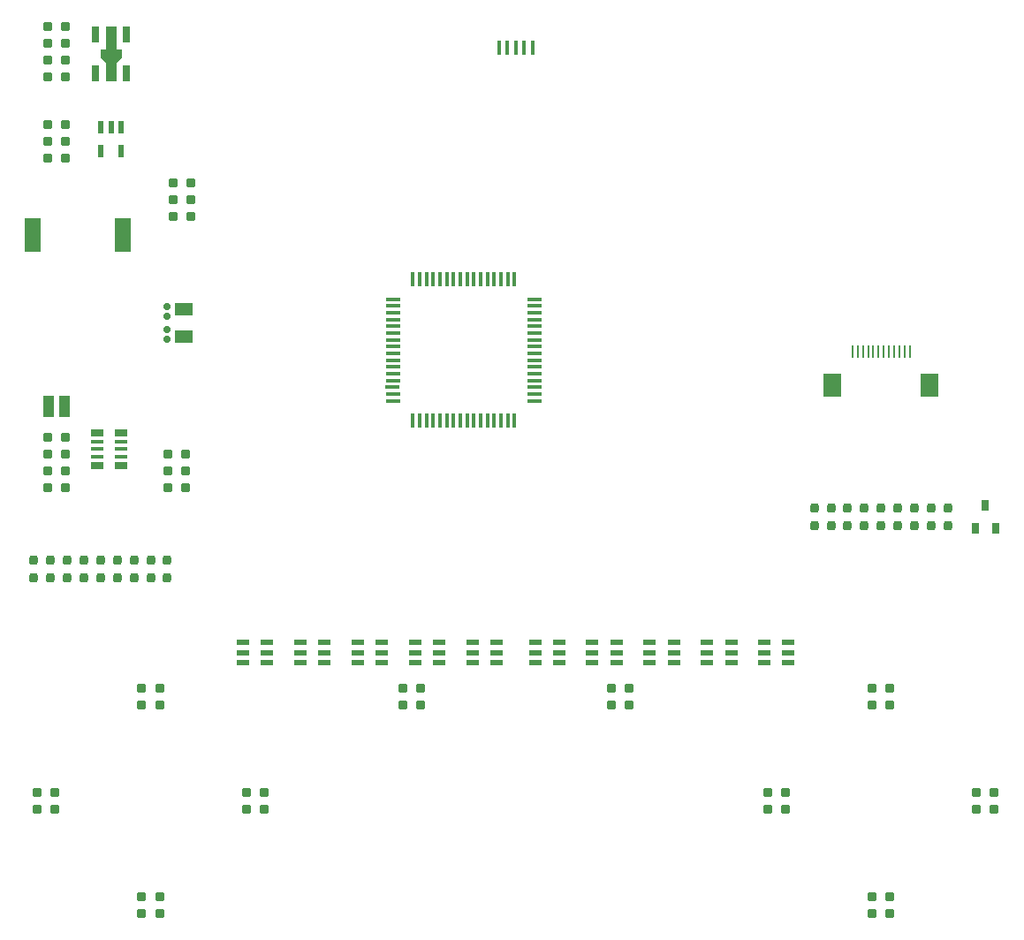
<source format=gtp>
G04 #@! TF.GenerationSoftware,KiCad,Pcbnew,(6.0.7-1)-1*
G04 #@! TF.CreationDate,2022-09-24T13:59:17+09:00*
G04 #@! TF.ProjectId,RL78Display-EB,524c3738-4469-4737-906c-61792d45422e,V1.0*
G04 #@! TF.SameCoordinates,Original*
G04 #@! TF.FileFunction,Paste,Top*
G04 #@! TF.FilePolarity,Positive*
%FSLAX46Y46*%
G04 Gerber Fmt 4.6, Leading zero omitted, Abs format (unit mm)*
G04 Created by KiCad (PCBNEW (6.0.7-1)-1) date 2022-09-24 13:59:17*
%MOMM*%
%LPD*%
G01*
G04 APERTURE LIST*
G04 Aperture macros list*
%AMRoundRect*
0 Rectangle with rounded corners*
0 $1 Rounding radius*
0 $2 $3 $4 $5 $6 $7 $8 $9 X,Y pos of 4 corners*
0 Add a 4 corners polygon primitive as box body*
4,1,4,$2,$3,$4,$5,$6,$7,$8,$9,$2,$3,0*
0 Add four circle primitives for the rounded corners*
1,1,$1+$1,$2,$3*
1,1,$1+$1,$4,$5*
1,1,$1+$1,$6,$7*
1,1,$1+$1,$8,$9*
0 Add four rect primitives between the rounded corners*
20,1,$1+$1,$2,$3,$4,$5,0*
20,1,$1+$1,$4,$5,$6,$7,0*
20,1,$1+$1,$6,$7,$8,$9,0*
20,1,$1+$1,$8,$9,$2,$3,0*%
%AMFreePoly0*
4,1,13,0.900000,0.500000,2.600000,0.500000,2.600000,-0.500000,0.900000,-0.500000,0.400000,-1.000000,-0.400000,-1.000000,-0.400000,-0.500000,-2.600000,-0.500000,-2.600000,0.500000,-0.400000,0.500000,-0.400000,1.000000,0.400000,1.000000,0.900000,0.500000,0.900000,0.500000,$1*%
G04 Aperture macros list end*
%ADD10RoundRect,0.200000X0.200000X-0.250000X0.200000X0.250000X-0.200000X0.250000X-0.200000X-0.250000X0*%
%ADD11RoundRect,0.200000X-0.200000X0.250000X-0.200000X-0.250000X0.200000X-0.250000X0.200000X0.250000X0*%
%ADD12RoundRect,0.200000X0.250000X0.200000X-0.250000X0.200000X-0.250000X-0.200000X0.250000X-0.200000X0*%
%ADD13RoundRect,0.200000X-0.250000X-0.200000X0.250000X-0.200000X0.250000X0.200000X-0.250000X0.200000X0*%
%ADD14R,1.200000X0.500000*%
%ADD15R,1.600000X3.200000*%
%ADD16R,0.400000X1.400000*%
%ADD17R,0.800000X1.100000*%
%ADD18R,0.700000X1.500000*%
%ADD19FreePoly0,270.000000*%
%ADD20R,1.800000X1.200000*%
%ADD21R,1.000000X2.000000*%
%ADD22R,1.800000X2.200000*%
%ADD23R,0.150000X1.300000*%
%ADD24R,1.400000X0.300000*%
%ADD25R,0.300000X1.400000*%
%ADD26RoundRect,0.150000X-0.150000X0.150000X-0.150000X-0.150000X0.150000X-0.150000X0.150000X0.150000X0*%
%ADD27RoundRect,0.150000X0.150000X-0.150000X0.150000X0.150000X-0.150000X0.150000X-0.150000X-0.150000X0*%
%ADD28R,0.500000X1.200000*%
%ADD29R,1.200000X0.650000*%
%ADD30R,1.200000X0.350000*%
G04 APERTURE END LIST*
D10*
X-38200000Y-7850000D03*
X-38200000Y-6150000D03*
D11*
X30200000Y-1150000D03*
X30200000Y-2850000D03*
D12*
X25850000Y-30000000D03*
X24150000Y-30000000D03*
D13*
X44150000Y-28400000D03*
X45850000Y-28400000D03*
X24150000Y-28400000D03*
X25850000Y-28400000D03*
D12*
X-43150000Y35600000D03*
X-44850000Y35600000D03*
X35850000Y-40000000D03*
X34150000Y-40000000D03*
D13*
X-44850000Y32400000D03*
X-43150000Y32400000D03*
D12*
X-9150000Y-20000000D03*
X-10850000Y-20000000D03*
D14*
X1850000Y-14050000D03*
X1850000Y-15000000D03*
X1850000Y-15950000D03*
X4150000Y-15950000D03*
X4150000Y-15000000D03*
X4150000Y-14050000D03*
D11*
X35000000Y-1150000D03*
X35000000Y-2850000D03*
X31800000Y-1150000D03*
X31800000Y-2850000D03*
D14*
X23825000Y-14050000D03*
X23825000Y-15000000D03*
X23825000Y-15950000D03*
X26125000Y-15950000D03*
X26125000Y-15000000D03*
X26125000Y-14050000D03*
D15*
X-37700000Y25000000D03*
X-46300000Y25000000D03*
D16*
X1600000Y43000000D03*
X800000Y43000000D03*
X0Y43000000D03*
X-800000Y43000000D03*
X-1600000Y43000000D03*
D17*
X44050000Y-3100000D03*
X45950000Y-3100000D03*
X45000000Y-900000D03*
D13*
X34150000Y-18400000D03*
X35850000Y-18400000D03*
X-25850000Y-28400000D03*
X-24150000Y-28400000D03*
D10*
X28600000Y-2850000D03*
X28600000Y-1150000D03*
D18*
X-37300000Y44250000D03*
D19*
X-38800000Y42400000D03*
D18*
X-40300000Y44250000D03*
X-40300000Y40550000D03*
X-37300000Y40550000D03*
D10*
X-43000000Y-7850000D03*
X-43000000Y-6150000D03*
D13*
X-35850000Y-18400000D03*
X-34150000Y-18400000D03*
D14*
X12825000Y-14050000D03*
X12825000Y-15000000D03*
X12825000Y-15950000D03*
X15125000Y-15950000D03*
X15125000Y-15000000D03*
X15125000Y-14050000D03*
D13*
X-25850000Y-30000000D03*
X-24150000Y-30000000D03*
X-35850000Y-40000000D03*
X-34150000Y-40000000D03*
D11*
X39800000Y-1150000D03*
X39800000Y-2850000D03*
D13*
X-33350000Y4000000D03*
X-31650000Y4000000D03*
D12*
X-43150000Y43400000D03*
X-44850000Y43400000D03*
D13*
X34150000Y-38400000D03*
X35850000Y-38400000D03*
X-45850000Y-28400000D03*
X-44150000Y-28400000D03*
D14*
X-4150000Y-14050000D03*
X-4150000Y-15000000D03*
X-4150000Y-15950000D03*
X-1850000Y-15950000D03*
X-1850000Y-15000000D03*
X-1850000Y-14050000D03*
D20*
X-31800000Y15300000D03*
X-31800000Y17900000D03*
D13*
X-44850000Y2400000D03*
X-43150000Y2400000D03*
D21*
X-43250000Y8600000D03*
X-44750000Y8600000D03*
D22*
X39650000Y10600000D03*
X30350000Y10600000D03*
D23*
X37750000Y13850000D03*
X37250000Y13850000D03*
X36750000Y13850000D03*
X36250000Y13850000D03*
X35750000Y13850000D03*
X35250000Y13850000D03*
X34750000Y13850000D03*
X34250000Y13850000D03*
X33750000Y13850000D03*
X33250000Y13850000D03*
X32750000Y13850000D03*
X32250000Y13850000D03*
D14*
X-26150000Y-14050000D03*
X-26150000Y-15000000D03*
X-26150000Y-15950000D03*
X-23850000Y-15950000D03*
X-23850000Y-15000000D03*
X-23850000Y-14050000D03*
X7325000Y-14050000D03*
X7325000Y-15000000D03*
X7325000Y-15950000D03*
X9625000Y-15950000D03*
X9625000Y-15000000D03*
X9625000Y-14050000D03*
D13*
X-44850000Y45000000D03*
X-43150000Y45000000D03*
D24*
X-11800000Y18875000D03*
X-11800000Y18225000D03*
X-11800000Y17575000D03*
X-11800000Y16925000D03*
X-11800000Y16275000D03*
X-11800000Y15625000D03*
X-11800000Y14975000D03*
X-11800000Y14325000D03*
X-11800000Y13675000D03*
X-11800000Y13025000D03*
X-11800000Y12375000D03*
X-11800000Y11725000D03*
X-11800000Y11075000D03*
X-11850000Y10425000D03*
X-11800000Y9775000D03*
X-11800000Y9125000D03*
D25*
X-9875000Y7200000D03*
X-9225000Y7200000D03*
X-8575000Y7200000D03*
X-7925000Y7200000D03*
X-7275000Y7200000D03*
X-6625000Y7200000D03*
X-5975000Y7200000D03*
X-5325000Y7200000D03*
X-4675000Y7200000D03*
X-4025000Y7200000D03*
X-3375000Y7200000D03*
X-2725000Y7200000D03*
X-2075000Y7200000D03*
X-1425000Y7200000D03*
X-775000Y7200000D03*
X-125000Y7200000D03*
D24*
X1800000Y9125000D03*
X1800000Y9775000D03*
X1800000Y10425000D03*
X1800000Y11075000D03*
X1800000Y11725000D03*
X1800000Y12375000D03*
X1800000Y13025000D03*
X1800000Y13675000D03*
X1800000Y14325000D03*
X1800000Y14975000D03*
X1800000Y15625000D03*
X1800000Y16275000D03*
X1800000Y16925000D03*
X1800000Y17575000D03*
X1800000Y18225000D03*
X1800000Y18875000D03*
D25*
X-125000Y20800000D03*
X-775000Y20800000D03*
X-1425000Y20800000D03*
X-2075000Y20800000D03*
X-2725000Y20800000D03*
X-3375000Y20800000D03*
X-4025000Y20800000D03*
X-4675000Y20800000D03*
X-5325000Y20800000D03*
X-5975000Y20800000D03*
X-6625000Y20800000D03*
X-7275000Y20800000D03*
X-7925000Y20800000D03*
X-8575000Y20800000D03*
X-9225000Y20800000D03*
X-9875000Y20800000D03*
D12*
X-43150000Y5600000D03*
X-44850000Y5600000D03*
X-43150000Y41800000D03*
X-44850000Y41800000D03*
D11*
X-46200000Y-6150000D03*
X-46200000Y-7850000D03*
X33400000Y-1150000D03*
X33400000Y-2850000D03*
D13*
X9150000Y-18400000D03*
X10850000Y-18400000D03*
X-32850000Y26800000D03*
X-31150000Y26800000D03*
D11*
X-39800000Y-6150000D03*
X-39800000Y-7850000D03*
D12*
X-31650000Y800000D03*
X-33350000Y800000D03*
D11*
X-41400000Y-6150000D03*
X-41400000Y-7850000D03*
D13*
X-35850000Y-38400000D03*
X-34150000Y-38400000D03*
D11*
X36600000Y-1150000D03*
X36600000Y-2850000D03*
D13*
X-10850000Y-18400000D03*
X-9150000Y-18400000D03*
X-32850000Y28400000D03*
X-31150000Y28400000D03*
D14*
X-20650000Y-14050000D03*
X-20650000Y-15000000D03*
X-20650000Y-15950000D03*
X-18350000Y-15950000D03*
X-18350000Y-15000000D03*
X-18350000Y-14050000D03*
D12*
X-43150000Y40200000D03*
X-44850000Y40200000D03*
D11*
X41400000Y-1150000D03*
X41400000Y-2850000D03*
D12*
X45850000Y-30000000D03*
X44150000Y-30000000D03*
D10*
X-33400000Y-7850000D03*
X-33400000Y-6150000D03*
X-44600000Y-7850000D03*
X-44600000Y-6150000D03*
D12*
X-43150000Y4000000D03*
X-44850000Y4000000D03*
X10850000Y-20000000D03*
X9150000Y-20000000D03*
D14*
X-9650000Y-14050000D03*
X-9650000Y-15000000D03*
X-9650000Y-15950000D03*
X-7350000Y-15950000D03*
X-7350000Y-15000000D03*
X-7350000Y-14050000D03*
D12*
X-31650000Y2400000D03*
X-33350000Y2400000D03*
D26*
X-33400000Y18200000D03*
X-33400000Y17200000D03*
D12*
X-43150000Y34000000D03*
X-44850000Y34000000D03*
D27*
X-33400000Y15000000D03*
X-33400000Y16000000D03*
D14*
X-15150000Y-14050000D03*
X-15150000Y-15000000D03*
X-15150000Y-15950000D03*
X-12850000Y-15950000D03*
X-12850000Y-15000000D03*
X-12850000Y-14050000D03*
X18325000Y-14050000D03*
X18325000Y-15000000D03*
X18325000Y-15950000D03*
X20625000Y-15950000D03*
X20625000Y-15000000D03*
X20625000Y-14050000D03*
D28*
X-37850000Y35350000D03*
X-38800000Y35350000D03*
X-39750000Y35350000D03*
X-39750000Y33050000D03*
X-37850000Y33050000D03*
D12*
X-34150000Y-20000000D03*
X-35850000Y-20000000D03*
X35850000Y-20000000D03*
X34150000Y-20000000D03*
D29*
X-40150000Y6050000D03*
D30*
X-40150000Y5200000D03*
X-40150000Y4500000D03*
X-40150000Y3800000D03*
D29*
X-40150000Y2950000D03*
X-37850000Y2950000D03*
D30*
X-37850000Y3800000D03*
X-37850000Y4500000D03*
X-37850000Y5200000D03*
D29*
X-37850000Y6050000D03*
D12*
X-44150000Y-30000000D03*
X-45850000Y-30000000D03*
D10*
X-36600000Y-7850000D03*
X-36600000Y-6150000D03*
D11*
X38200000Y-1150000D03*
X38200000Y-2850000D03*
D13*
X-32850000Y30000000D03*
X-31150000Y30000000D03*
D11*
X-35000000Y-6150000D03*
X-35000000Y-7850000D03*
D13*
X-44850000Y800000D03*
X-43150000Y800000D03*
M02*

</source>
